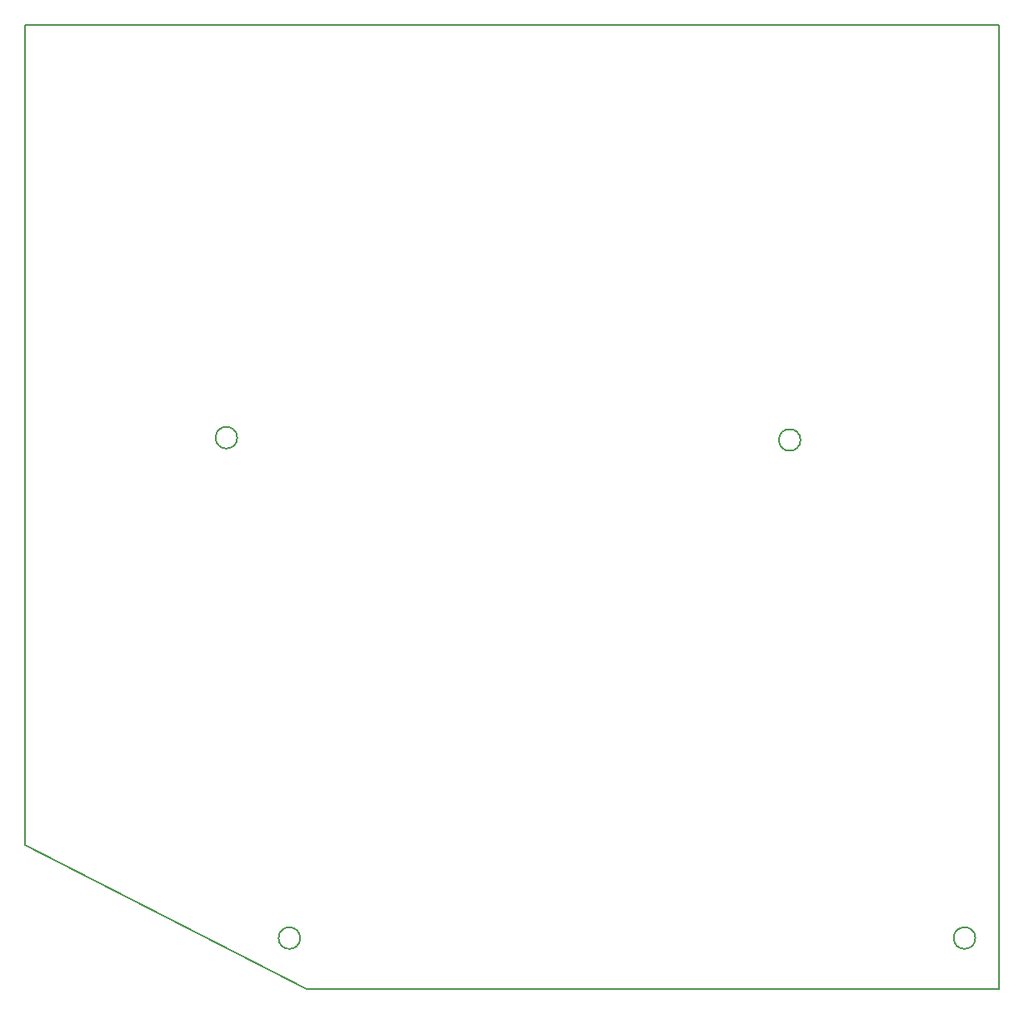
<source format=gbr>
G04 #@! TF.GenerationSoftware,KiCad,Pcbnew,(5.1.6-0-10_14)*
G04 #@! TF.CreationDate,2022-09-03T20:21:06+09:00*
G04 #@! TF.ProjectId,cool536,636f6f6c-3533-4362-9e6b-696361645f70,rev?*
G04 #@! TF.SameCoordinates,Original*
G04 #@! TF.FileFunction,Profile,NP*
%FSLAX46Y46*%
G04 Gerber Fmt 4.6, Leading zero omitted, Abs format (unit mm)*
G04 Created by KiCad (PCBNEW (5.1.6-0-10_14)) date 2022-09-03 20:21:06*
%MOMM*%
%LPD*%
G01*
G04 APERTURE LIST*
G04 #@! TA.AperFunction,Profile*
%ADD10C,0.150000*%
G04 #@! TD*
G04 APERTURE END LIST*
D10*
X301940000Y-131780000D02*
X273370000Y-117160000D01*
X372320000Y-131780000D02*
X301940000Y-131780000D01*
X372320000Y-33730000D02*
X372320000Y-131780000D01*
X273370000Y-33730000D02*
X372320000Y-33730000D01*
X273370000Y-117160000D02*
X273370000Y-33730000D01*
X352160000Y-75930000D02*
G75*
G03*
X352160000Y-75930000I-1100000J0D01*
G01*
X294920000Y-75700000D02*
G75*
G03*
X294920000Y-75700000I-1100000J0D01*
G01*
X369930000Y-126590000D02*
G75*
G03*
X369930000Y-126590000I-1100000J0D01*
G01*
X301320000Y-126590000D02*
G75*
G03*
X301320000Y-126590000I-1100000J0D01*
G01*
M02*

</source>
